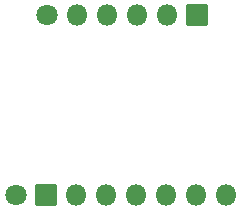
<source format=gbs>
G04 #@! TF.GenerationSoftware,KiCad,Pcbnew,(6.0.0-0)*
G04 #@! TF.CreationDate,2023-02-04T16:45:18-08:00*
G04 #@! TF.ProjectId,breakout,62726561-6b6f-4757-942e-6b696361645f,0.0.0*
G04 #@! TF.SameCoordinates,Original*
G04 #@! TF.FileFunction,Soldermask,Bot*
G04 #@! TF.FilePolarity,Negative*
%FSLAX46Y46*%
G04 Gerber Fmt 4.6, Leading zero omitted, Abs format (unit mm)*
G04 Created by KiCad (PCBNEW (6.0.0-0)) date 2023-02-04 16:45:18*
%MOMM*%
%LPD*%
G01*
G04 APERTURE LIST*
G04 Aperture macros list*
%AMRoundRect*
0 Rectangle with rounded corners*
0 $1 Rounding radius*
0 $2 $3 $4 $5 $6 $7 $8 $9 X,Y pos of 4 corners*
0 Add a 4 corners polygon primitive as box body*
4,1,4,$2,$3,$4,$5,$6,$7,$8,$9,$2,$3,0*
0 Add four circle primitives for the rounded corners*
1,1,$1+$1,$2,$3*
1,1,$1+$1,$4,$5*
1,1,$1+$1,$6,$7*
1,1,$1+$1,$8,$9*
0 Add four rect primitives between the rounded corners*
20,1,$1+$1,$2,$3,$4,$5,0*
20,1,$1+$1,$4,$5,$6,$7,0*
20,1,$1+$1,$6,$7,$8,$9,0*
20,1,$1+$1,$8,$9,$2,$3,0*%
G04 Aperture macros list end*
%ADD10C,1.801600*%
%ADD11RoundRect,0.050800X0.850000X-0.850000X0.850000X0.850000X-0.850000X0.850000X-0.850000X-0.850000X0*%
%ADD12O,1.801600X1.801600*%
G04 APERTURE END LIST*
D10*
X139065000Y-114148000D03*
D11*
X141605000Y-114148000D03*
D12*
X144145000Y-114148000D03*
X146685000Y-114148000D03*
X149225000Y-114148000D03*
X151765000Y-114148000D03*
X154305000Y-114148000D03*
X156845000Y-114148000D03*
D10*
X141635000Y-98908000D03*
D12*
X144175000Y-98908000D03*
X146715000Y-98908000D03*
X149255000Y-98908000D03*
X151795000Y-98908000D03*
D11*
X154335000Y-98908000D03*
M02*

</source>
